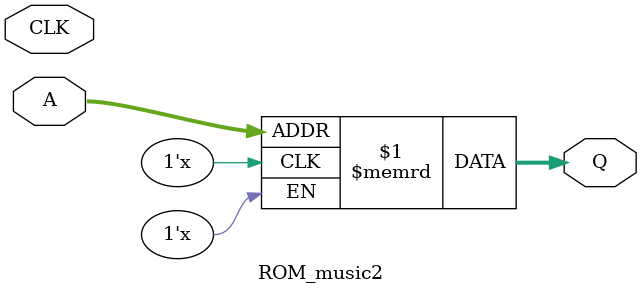
<source format=v>
module ROM_music2(output wire[3:0] Q,
                 input wire[7:0] A,
                 input wire CLK
);

reg [3:0] mem[0:247] /* synthesis ram_init_file="music2.mif" */;

assign Q = mem[A];

endmodule

</source>
